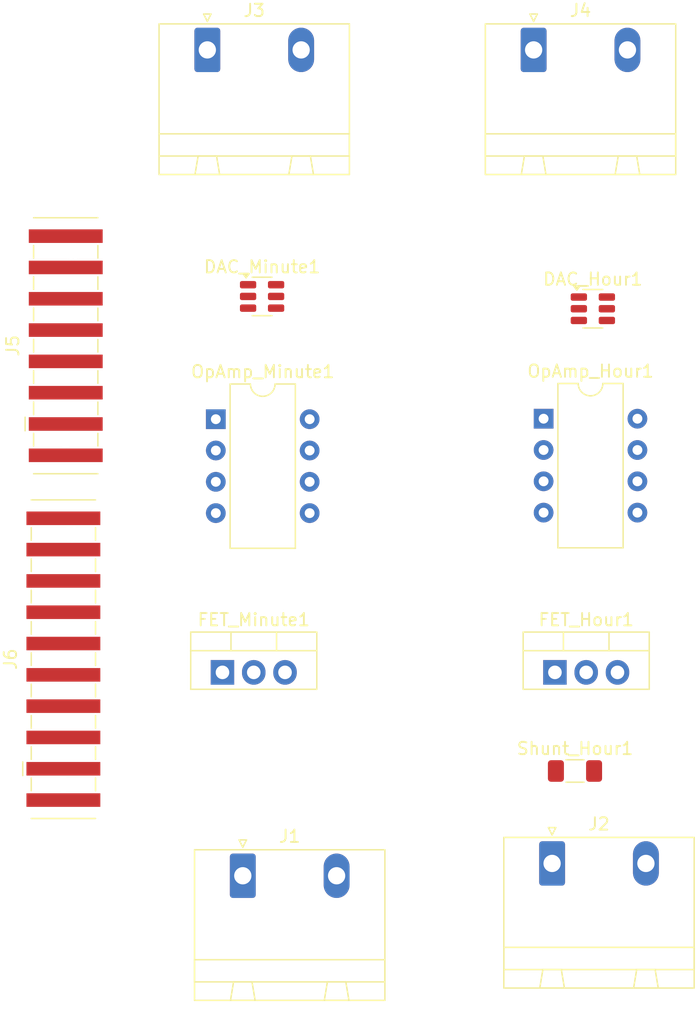
<source format=kicad_pcb>
(kicad_pcb (version 20240108) (generator "pcbnew") (generator_version "8.0")
  (layers (0 "F.Cu" signal) (31 "B.Cu" signal) (34 "B.Paste" user) (35 "F.Paste" user) (36 "B.SilkS" user "B.Silkscreen") (37 "F.SilkS" user "F.Silkscreen") (38 "B.Mask" user) (39 "F.Mask" user) (44 "Edge.Cuts" user))
  (net 0 "")
  (net 1 "GND")
  (net 2 "Net-(FET_Hour1-S)")
  (net 3 "Net-(FET_Minute1-S)")
  (net 4 "Net-(FET_Hour1-G)")
  (net 5 "Net-(FET_Hour1-D)")
  (net 6 "Net-(FET_Minute1-G)")
  (net 7 "Net-(FET_Minute1-D)")
  (net 8 "Net-(DAC_Hour1-SCL)")
  (net 11 "Net-(DAC_Minute1-VOUT)")
  (net 12 "Net-(J3-Pin_1)")
  (net 13 "Net-(J4-Pin_2)")
  (footprint "Connector_Phoenix_GMSTB:PhoenixContact_GMSTBA_2,5_2-G-7,62_1x02_P7.62mm_Horizontal" (layer "F.Cu") (at 116 135.5)
    (property "Reference" "J2" (at 3.81 -3.2 0) (layer "F.SilkS"))
    (property "Value" "Gauge_Hour")
    (fp_line (start -3.92 -2.11) (end -3.92 10.11) (stroke (width 0.12)) (layer "F.SilkS"))
    (fp_line (start -3.92 6.81) (end 11.54 6.81) (stroke (width 0.12)) (layer "F.SilkS"))
    (fp_line (start -3.92 8.61) (end -3.92 6.81) (stroke (width 0.12)) (layer "F.SilkS"))
    (fp_line (start -3.92 10.11) (end 11.54 10.11) (stroke (width 0.12)) (layer "F.SilkS"))
    (fp_line (start -1 10.11) (end 1 10.11) (stroke (width 0.12)) (layer "F.SilkS"))
    (fp_line (start -0.75 8.61) (end -1 10.11) (stroke (width 0.12)) (layer "F.SilkS"))
    (fp_line (start -0.3 -2.91) (end 0.3 -2.91) (stroke (width 0.12)) (layer "F.SilkS"))
    (fp_line (start 0 -2.31) (end -0.3 -2.91) (stroke (width 0.12)) (layer "F.SilkS"))
    (fp_line (start 0.3 -2.91) (end 0 -2.31) (stroke (width 0.12)) (layer "F.SilkS"))
    (fp_line (start 0.75 8.61) (end -0.75 8.61) (stroke (width 0.12)) (layer "F.SilkS"))
    (fp_line (start 1 10.11) (end 0.75 8.61) (stroke (width 0.12)) (layer "F.SilkS"))
    (fp_line (start 6.62 10.11) (end 8.62 10.11) (stroke (width 0.12)) (layer "F.SilkS"))
    (fp_line (start 6.87 8.61) (end 6.62 10.11) (stroke (width 0.12)) (layer "F.SilkS"))
    (fp_line (start 8.37 8.61) (end 6.87 8.61) (stroke (width 0.12)) (layer "F.SilkS"))
    (fp_line (start 8.62 10.11) (end 8.37 8.61) (stroke (width 0.12)) (layer "F.SilkS"))
    (fp_line (start 11.54 -2.11) (end -3.92 -2.11) (stroke (width 0.12)) (layer "F.SilkS"))
    (fp_line (start 11.54 6.81) (end 11.54 8.61) (stroke (width 0.12)) (layer "F.SilkS"))
    (fp_line (start 11.54 8.61) (end -3.92 8.61) (stroke (width 0.12)) (layer "F.SilkS"))
    (fp_line (start 11.54 10.11) (end 11.54 -2.11) (stroke (width 0.12)) (layer "F.SilkS"))
    (pad "1" thru_hole roundrect (at 0 0) (size 2.1 3.6) (drill 1.4) (layers "*.Cu" "*.Mask") (roundrect_rratio 0.119048) (net 5 "Net-(FET_Hour1-D)"))
    (pad "2" thru_hole oval (at 7.62 0) (size 2.1 3.6) (drill 1.4) (layers "*.Cu" "*.Mask") (net 1 "GND"))
  )
  (footprint "Resistor_SMD:R_1206_3216Metric_Pad1.30x1.75mm_HandSolder" (layer "F.Cu") (at 117.86 128)
    (property "Reference" "Shunt_Hour1" (at 0 -1.82 0) (layer "F.SilkS"))
    (property "Value" "82")
    (fp_line (start -0.727064 -0.91) (end 0.727064 -0.91) (stroke (width 0.12)) (layer "F.SilkS"))
    (fp_line (start -0.727064 0.91) (end 0.727064 0.91) (stroke (width 0.12)) (layer "F.SilkS"))
    (pad "1" smd roundrect (at -1.55 0) (size 1.3 1.75) (layers "F.Cu" "F.Paste" "F.Mask") (roundrect_rratio 0.192308) (net 1 "GND"))
    (pad "2" smd roundrect (at 1.55 0) (size 1.3 1.75) (layers "F.Cu" "F.Paste" "F.Mask") (roundrect_rratio 0.192308) (net 2 "Net-(FET_Hour1-S)"))
  )
  (footprint "Package_DIP:CERDIP-8_W7.62mm_SideBrazed" (layer "F.Cu") (at 115.31 99.42)
    (property "Reference" "OpAmp_Hour1" (at 3.81 -3.855 0) (layer "F.SilkS"))
    (property "Value" "LM358")
    (fp_line (start 1.16 -2.855) (end 1.16 10.475) (stroke (width 0.12)) (layer "F.SilkS"))
    (fp_line (start 1.16 10.475) (end 6.46 10.475) (stroke (width 0.12)) (layer "F.SilkS"))
    (fp_line (start 2.81 -2.855) (end 1.16 -2.855) (stroke (width 0.12)) (layer "F.SilkS"))
    (fp_line (start 6.46 -2.855) (end 4.81 -2.855) (stroke (width 0.12)) (layer "F.SilkS"))
    (fp_line (start 6.46 10.475) (end 6.46 -2.855) (stroke (width 0.12)) (layer "F.SilkS"))
    (fp_arc (start 4.81 -2.855) (mid 3.81 -1.855) (end 2.81 -2.855) (stroke (width 0.12)) (layer "F.SilkS"))
    (pad "1" thru_hole rect (at 0 0) (size 1.6 1.6) (drill 0.8) (layers "*.Cu" "*.Mask"))
    (pad "2" thru_hole circle (at 0 2.54) (size 1.6 1.6) (drill 0.8) (layers "*.Cu" "*.Mask"))
    (pad "3" thru_hole circle (at 0 5.08) (size 1.6 1.6) (drill 0.8) (layers "*.Cu" "*.Mask"))
    (pad "4" thru_hole circle (at 0 7.62) (size 1.6 1.6) (drill 0.8) (layers "*.Cu" "*.Mask"))
    (pad "5" thru_hole circle (at 7.62 7.62) (size 1.6 1.6) (drill 0.8) (layers "*.Cu" "*.Mask") (net 1 "GND"))
    (pad "6" thru_hole circle (at 7.62 5.08) (size 1.6 1.6) (drill 0.8) (layers "*.Cu" "*.Mask") (net 2 "Net-(FET_Hour1-S)"))
    (pad "7" thru_hole circle (at 7.62 2.54) (size 1.6 1.6) (drill 0.8) (layers "*.Cu" "*.Mask") (net 4 "Net-(FET_Hour1-G)"))
    (pad "8" thru_hole circle (at 7.62 0) (size 1.6 1.6) (drill 0.8) (layers "*.Cu" "*.Mask"))
  )
  (footprint "Connector_Phoenix_GMSTB:PhoenixContact_GMSTBA_2,5_2-G-7,62_1x02_P7.62mm_Horizontal" (layer "F.Cu") (at 88 69.5)
    (property "Reference" "J3" (at 3.81 -3.2 0) (layer "F.SilkS"))
    (property "Value" "Button_Minute")
    (fp_line (start -3.92 -2.11) (end -3.92 10.11) (stroke (width 0.12)) (layer "F.SilkS"))
    (fp_line (start -3.92 6.81) (end 11.54 6.81) (stroke (width 0.12)) (layer "F.SilkS"))
    (fp_line (start -3.92 8.61) (end -3.92 6.81) (stroke (width 0.12)) (layer "F.SilkS"))
    (fp_line (start -3.92 10.11) (end 11.54 10.11) (stroke (width 0.12)) (layer "F.SilkS"))
    (fp_line (start -1 10.11) (end 1 10.11) (stroke (width 0.12)) (layer "F.SilkS"))
    (fp_line (start -0.75 8.61) (end -1 10.11) (stroke (width 0.12)) (layer "F.SilkS"))
    (fp_line (start -0.3 -2.91) (end 0.3 -2.91) (stroke (width 0.12)) (layer "F.SilkS"))
    (fp_line (start 0 -2.31) (end -0.3 -2.91) (stroke (width 0.12)) (layer "F.SilkS"))
    (fp_line (start 0.3 -2.91) (end 0 -2.31) (stroke (width 0.12)) (layer "F.SilkS"))
    (fp_line (start 0.75 8.61) (end -0.75 8.61) (stroke (width 0.12)) (layer "F.SilkS"))
    (fp_line (start 1 10.11) (end 0.75 8.61) (stroke (width 0.12)) (layer "F.SilkS"))
    (fp_line (start 6.62 10.11) (end 8.62 10.11) (stroke (width 0.12)) (layer "F.SilkS"))
    (fp_line (start 6.87 8.61) (end 6.62 10.11) (stroke (width 0.12)) (layer "F.SilkS"))
    (fp_line (start 8.37 8.61) (end 6.87 8.61) (stroke (width 0.12)) (layer "F.SilkS"))
    (fp_line (start 8.62 10.11) (end 8.37 8.61) (stroke (width 0.12)) (layer "F.SilkS"))
    (fp_line (start 11.54 -2.11) (end -3.92 -2.11) (stroke (width 0.12)) (layer "F.SilkS"))
    (fp_line (start 11.54 6.81) (end 11.54 8.61) (stroke (width 0.12)) (layer "F.SilkS"))
    (fp_line (start 11.54 8.61) (end -3.92 8.61) (stroke (width 0.12)) (layer "F.SilkS"))
    (fp_line (start 11.54 10.11) (end 11.54 -2.11) (stroke (width 0.12)) (layer "F.SilkS"))
    (pad "1" thru_hole roundrect (at 0 0) (size 2.1 3.6) (drill 1.4) (layers "*.Cu" "*.Mask") (roundrect_rratio 0.119048) (net 12 "Net-(J3-Pin_1)"))
    (pad "2" thru_hole oval (at 7.62 0) (size 2.1 3.6) (drill 1.4) (layers "*.Cu" "*.Mask") (net 1 "GND"))
  )
  (footprint "Connector_Harting:Harting_har-flexicon_14110613001xxx_1x06-MP_P2.54mm_Vertical" (layer "F.Cu") (at 76.5 93.5 90)
    (property "Reference" "J5" (at 0 -4.3 90) (layer "F.SilkS"))
    (property "Value" "Pins_Analog")
    (fp_line (start -6.9 -3.3) (end -5.8 -3.3) (stroke (width 0.12)) (layer "F.SilkS"))
    (fp_line (start 10.385 -2.61) (end 10.385 2.61) (stroke (width 0.12)) (layer "F.SilkS"))
    (fp_line (start 7.112 -2.61) (end 8.128 -2.61) (stroke (width 0.12)) (layer "F.SilkS"))
    (fp_line (start 4.572 -2.61) (end 5.588 -2.61) (stroke (width 0.12)) (layer "F.SilkS"))
    (fp_line (start 2.032 -2.61) (end 3.048 -2.61) (stroke (width 0.12)) (layer "F.SilkS"))
    (fp_line (start -0.508 -2.61) (end 0.508 -2.61) (stroke (width 0.12)) (layer "F.SilkS"))
    (fp_line (start -3.048 -2.61) (end -2.032 -2.61) (stroke (width 0.12)) (layer "F.SilkS"))
    (fp_line (start -5.588 -2.61) (end -4.572 -2.61) (stroke (width 0.12)) (layer "F.SilkS"))
    (fp_line (start -8.128 -2.61) (end -7.112 -2.61) (stroke (width 0.12)) (layer "F.SilkS"))
    (fp_line (start -10.385 -2.61) (end -10.385 2.61) (stroke (width 0.12)) (layer "F.SilkS"))
    (fp_line (start 7.112 2.61) (end 8.128 2.61) (stroke (width 0.12)) (layer "F.SilkS"))
    (fp_line (start 4.572 2.61) (end 5.588 2.61) (stroke (width 0.12)) (layer "F.SilkS"))
    (fp_line (start 2.032 2.61) (end 3.048 2.61) (stroke (width 0.12)) (layer "F.SilkS"))
    (fp_line (start -0.508 2.61) (end 0.508 2.61) (stroke (width 0.12)) (layer "F.SilkS"))
    (fp_line (start -3.048 2.61) (end -2.032 2.61) (stroke (width 0.12)) (layer "F.SilkS"))
    (fp_line (start -5.588 2.61) (end -4.572 2.61) (stroke (width 0.12)) (layer "F.SilkS"))
    (fp_line (start -8.128 2.61) (end -7.112 2.61) (stroke (width 0.12)) (layer "F.SilkS"))
    (pad "" np_thru_hole circle (at -7.62 0 90) (size 1 1) (drill 1) (layers "*.Cu" "*.Mask"))
    (pad "" np_thru_hole circle (at 7.62 0.6 90) (size 1 1) (drill 1) (layers "*.Cu" "*.Mask"))
    (pad "1" smd rect (at -6.35 0 90) (size 1.1 6) (layers "F.Cu" "F.Paste" "F.Mask"))
    (pad "2" smd rect (at -3.81 0 90) (size 1.1 6) (layers "F.Cu" "F.Paste" "F.Mask") (net 13 "Net-(J4-Pin_2)"))
    (pad "3" smd rect (at -1.27 0 90) (size 1.1 6) (layers "F.Cu" "F.Paste" "F.Mask") (net 12 "Net-(J3-Pin_1)"))
    (pad "4" smd rect (at 1.27 0 90) (size 1.1 6) (layers "F.Cu" "F.Paste" "F.Mask"))
    (pad "5" smd rect (at 3.81 0 90) (size 1.1 6) (layers "F.Cu" "F.Paste" "F.Mask"))
    (pad "6" smd rect (at 6.35 0 90) (size 1.1 6) (layers "F.Cu" "F.Paste" "F.Mask"))
    (pad "MP" smd rect (at -8.89 0 90) (size 1.1 6) (layers "F.Cu" "F.Paste" "F.Mask"))
    (pad "MP" smd rect (at 8.89 0 90) (size 1.1 6) (layers "F.Cu" "F.Paste" "F.Mask"))
  )
  (footprint "Package_DIP:CERDIP-8_W7.62mm_SideBrazed" (layer "F.Cu") (at 88.69 99.46)
    (property "Reference" "OpAmp_Minute1" (at 3.81 -3.855 0) (layer "F.SilkS"))
    (property "Value" "LM358")
    (fp_line (start 1.16 -2.855) (end 1.16 10.475) (stroke (width 0.12)) (layer "F.SilkS"))
    (fp_line (start 1.16 10.475) (end 6.46 10.475) (stroke (width 0.12)) (layer "F.SilkS"))
    (fp_line (start 2.81 -2.855) (end 1.16 -2.855) (stroke (width 0.12)) (layer "F.SilkS"))
    (fp_line (start 6.46 -2.855) (end 4.81 -2.855) (stroke (width 0.12)) (layer "F.SilkS"))
    (fp_line (start 6.46 10.475) (end 6.46 -2.855) (stroke (width 0.12)) (layer "F.SilkS"))
    (fp_arc (start 4.81 -2.855) (mid 3.81 -1.855) (end 2.81 -2.855) (stroke (width 0.12)) (layer "F.SilkS"))
    (pad "1" thru_hole rect (at 0 0) (size 1.6 1.6) (drill 0.8) (layers "*.Cu" "*.Mask") (net 6 "Net-(FET_Minute1-G)"))
    (pad "2" thru_hole circle (at 0 2.54) (size 1.6 1.6) (drill 0.8) (layers "*.Cu" "*.Mask") (net 3 "Net-(FET_Minute1-S)"))
    (pad "3" thru_hole circle (at 0 5.08) (size 1.6 1.6) (drill 0.8) (layers "*.Cu" "*.Mask") (net 11 "Net-(DAC_Minute1-VOUT)"))
    (pad "4" thru_hole circle (at 0 7.62) (size 1.6 1.6) (drill 0.8) (layers "*.Cu" "*.Mask"))
    (pad "5" thru_hole circle (at 7.62 7.62) (size 1.6 1.6) (drill 0.8) (layers "*.Cu" "*.Mask"))
    (pad "6" thru_hole circle (at 7.62 5.08) (size 1.6 1.6) (drill 0.8) (layers "*.Cu" "*.Mask"))
    (pad "7" thru_hole circle (at 7.62 2.54) (size 1.6 1.6) (drill 0.8) (layers "*.Cu" "*.Mask"))
    (pad "8" thru_hole circle (at 7.62 0) (size 1.6 1.6) (drill 0.8) (layers "*.Cu" "*.Mask"))
  )
  (footprint "Connector_Phoenix_GMSTB:PhoenixContact_GMSTBA_2,5_2-G-7,62_1x02_P7.62mm_Horizontal" (layer "F.Cu") (at 114.5 69.5)
    (property "Reference" "J4" (at 3.81 -3.2 0) (layer "F.SilkS"))
    (property "Value" "Button_Hour")
    (fp_line (start -3.92 -2.11) (end -3.92 10.11) (stroke (width 0.12)) (layer "F.SilkS"))
    (fp_line (start -3.92 6.81) (end 11.54 6.81) (stroke (width 0.12)) (layer "F.SilkS"))
    (fp_line (start -3.92 8.61) (end -3.92 6.81) (stroke (width 0.12)) (layer "F.SilkS"))
    (fp_line (start -3.92 10.11) (end 11.54 10.11) (stroke (width 0.12)) (layer "F.SilkS"))
    (fp_line (start -1 10.11) (end 1 10.11) (stroke (width 0.12)) (layer "F.SilkS"))
    (fp_line (start -0.75 8.61) (end -1 10.11) (stroke (width 0.12)) (layer "F.SilkS"))
    (fp_line (start -0.3 -2.91) (end 0.3 -2.91) (stroke (width 0.12)) (layer "F.SilkS"))
    (fp_line (start 0 -2.31) (end -0.3 -2.91) (stroke (width 0.12)) (layer "F.SilkS"))
    (fp_line (start 0.3 -2.91) (end 0 -2.31) (stroke (width 0.12)) (layer "F.SilkS"))
    (fp_line (start 0.75 8.61) (end -0.75 8.61) (stroke (width 0.12)) (layer "F.SilkS"))
    (fp_line (start 1 10.11) (end 0.75 8.61) (stroke (width 0.12)) (layer "F.SilkS"))
    (fp_line (start 6.62 10.11) (end 8.62 10.11) (stroke (width 0.12)) (layer "F.SilkS"))
    (fp_line (start 6.87 8.61) (end 6.62 10.11) (stroke (width 0.12)) (layer "F.SilkS"))
    (fp_line (start 8.37 8.61) (end 6.87 8.61) (stroke (width 0.12)) (layer "F.SilkS"))
    (fp_line (start 8.62 10.11) (end 8.37 8.61) (stroke (width 0.12)) (layer "F.SilkS"))
    (fp_line (start 11.54 -2.11) (end -3.92 -2.11) (stroke (width 0.12)) (layer "F.SilkS"))
    (fp_line (start 11.54 6.81) (end 11.54 8.61) (stroke (width 0.12)) (layer "F.SilkS"))
    (fp_line (start 11.54 8.61) (end -3.92 8.61) (stroke (width 0.12)) (layer "F.SilkS"))
    (fp_line (start 11.54 10.11) (end 11.54 -2.11) (stroke (width 0.12)) (layer "F.SilkS"))
    (pad "1" thru_hole roundrect (at 0 0) (size 2.1 3.6) (drill 1.4) (layers "*.Cu" "*.Mask") (roundrect_rratio 0.119048) (net 1 "GND"))
    (pad "2" thru_hole oval (at 7.62 0) (size 2.1 3.6) (drill 1.4) (layers "*.Cu" "*.Mask") (net 13 "Net-(J4-Pin_2)"))
  )
  (footprint "Package_TO_SOT_THT:TO-220-3_Vertical" (layer "F.Cu") (at 89.23 120)
    (property "Reference" "FET_Minute1" (at 2.54 -4.27 0) (layer "F.SilkS"))
    (property "Value" "IRLZ44N")
    (fp_line (start -2.58 -3.27) (end -2.58 1.371) (stroke (width 0.12)) (layer "F.SilkS"))
    (fp_line (start -2.58 -3.27) (end 7.66 -3.27) (stroke (width 0.12)) (layer "F.SilkS"))
    (fp_line (start -2.58 -1.76) (end 7.66 -1.76) (stroke (width 0.12)) (layer "F.SilkS"))
    (fp_line (start -2.58 1.371) (end 7.66 1.371) (stroke (width 0.12)) (layer "F.SilkS"))
    (fp_line (start 0.69 -3.27) (end 0.69 -1.76) (stroke (width 0.12)) (layer "F.SilkS"))
    (fp_line (start 4.391 -3.27) (end 4.391 -1.76) (stroke (width 0.12)) (layer "F.SilkS"))
    (fp_line (start 7.66 -3.27) (end 7.66 1.371) (stroke (width 0.12)) (layer "F.SilkS"))
    (pad "1" thru_hole rect (at 0 0) (size 1.905 2) (drill 1.1) (layers "*.Cu" "*.Mask") (net 6 "Net-(FET_Minute1-G)"))
    (pad "2" thru_hole oval (at 2.54 0) (size 1.905 2) (drill 1.1) (layers "*.Cu" "*.Mask") (net 7 "Net-(FET_Minute1-D)"))
    (pad "3" thru_hole oval (at 5.08 0) (size 1.905 2) (drill 1.1) (layers "*.Cu" "*.Mask") (net 3 "Net-(FET_Minute1-S)"))
  )
  (footprint "Package_TO_SOT_SMD:SOT-23-6" (layer "F.Cu") (at 92.4475 89.5)
    (property "Reference" "DAC_Minute1" (at 0 -2.4 0) (layer "F.SilkS"))
    (property "Value" "MCP4725xxx-xCH")
    (fp_line (start 0 -1.56) (end -0.8 -1.56) (stroke (width 0.12)) (layer "F.SilkS"))
    (fp_line (start 0 -1.56) (end 0.8 -1.56) (stroke (width 0.12)) (layer "F.SilkS"))
    (fp_line (start 0 1.56) (end -0.8 1.56) (stroke (width 0.12)) (layer "F.SilkS"))
    (fp_line (start 0 1.56) (end 0.8 1.56) (stroke (width 0.12)) (layer "F.SilkS"))
    (fp_poly (pts (xy -1.3 -1.51) (xy -1.54 -1.84) (xy -1.06 -1.84) (xy -1.3 -1.51)) (stroke (width 0.12)) (fill solid) (layer "F.SilkS"))
    (pad "1" smd roundrect (at -1.1375 -0.95) (size 1.325 0.6) (layers "F.Cu" "F.Paste" "F.Mask") (net 11 "Net-(DAC_Minute1-VOUT)"))
    (pad "2" smd roundrect (at -1.1375 0) (size 1.325 0.6) (layers "F.Cu" "F.Paste" "F.Mask") (net 1 "GND"))
    (pad "3" smd roundrect (at -1.1375 0.95) (size 1.325 0.6) (layers "F.Cu" "F.Paste" "F.Mask") (net 1 "GND"))
    (pad "4" smd roundrect (at 1.1375 0.95) (size 1.325 0.6) (layers "F.Cu" "F.Paste" "F.Mask") (net 1 "GND"))
    (pad "5" smd roundrect (at 1.1375 0) (size 1.325 0.6) (layers "F.Cu" "F.Paste" "F.Mask") (net 8 "Net-(DAC_Hour1-SCL)"))
    (pad "6" smd roundrect (at 1.1375 -0.95) (size 1.325 0.6) (layers "F.Cu" "F.Paste" "F.Mask"))
  )
  (footprint "Connector_Harting:Harting_har-flexicon_14110813001xxx_1x08-MP_P2.54mm_Vertical" (layer "F.Cu") (at 76.31 118.93 90)
    (property "Reference" "J6" (at 0 -4.3 90) (layer "F.SilkS"))
    (property "Value" "Pins_Digital")
    (fp_line (start -9.44 -3.3) (end -8.34 -3.3) (stroke (width 0.12)) (layer "F.SilkS"))
    (fp_line (start 12.925 -2.61) (end 12.925 2.61) (stroke (width 0.12)) (layer "F.SilkS"))
    (fp_line (start 9.652 -2.61) (end 10.668 -2.61) (stroke (width 0.12)) (layer "F.SilkS"))
    (fp_line (start 7.112 -2.61) (end 8.128 -2.61) (stroke (width 0.12)) (layer "F.SilkS"))
    (fp_line (start 4.572 -2.61) (end 5.588 -2.61) (stroke (width 0.12)) (layer "F.SilkS"))
    (fp_line (start 2.032 -2.61) (end 3.048 -2.61) (stroke (width 0.12)) (layer "F.SilkS"))
    (fp_line (start -0.508 -2.61) (end 0.508 -2.61) (stroke (width 0.12)) (layer "F.SilkS"))
    (fp_line (start -3.048 -2.61) (end -2.032 -2.61) (stroke (width 0.12)) (layer "F.SilkS"))
    (fp_line (start -5.588 -2.61) (end -4.572 -2.61) (stroke (width 0.12)) (layer "F.SilkS"))
    (fp_line (start -8.128 -2.61) (end -7.112 -2.61) (stroke (width 0.12)) (layer "F.SilkS"))
    (fp_line (start -10.668 -2.61) (end -9.652 -2.61) (stroke (width 0.12)) (layer "F.SilkS"))
    (fp_line (start -12.925 -2.61) (end -12.925 2.61) (stroke (width 0.12)) (layer "F.SilkS"))
    (fp_line (start 9.652 2.61) (end 10.668 2.61) (stroke (width 0.12)) (layer "F.SilkS"))
    (fp_line (start 7.112 2.61) (end 8.128 2.61) (stroke (width 0.12)) (layer "F.SilkS"))
    (fp_line (start 4.572 2.61) (end 5.588 2.61) (stroke (width 0.12)) (layer "F.SilkS"))
    (fp_line (start 2.032 2.61) (end 3.048 2.61) (stroke (width 0.12)) (layer "F.SilkS"))
    (fp_line (start -0.508 2.61) (end 0.508 2.61) (stroke (width 0.12)) (layer "F.SilkS"))
    (fp_line (start -3.048 2.61) (end -2.032 2.61) (stroke (width 0.12)) (layer "F.SilkS"))
    (fp_line (start -5.588 2.61) (end -4.572 2.61) (stroke (width 0.12)) (layer "F.SilkS"))
    (fp_line (start -8.128 2.61) (end -7.112 2.61) (stroke (width 0.12)) (layer "F.SilkS"))
    (fp_line (start -10.668 2.61) (end -9.652 2.61) (stroke (width 0.12)) (layer "F.SilkS"))
    (pad "" np_thru_hole circle (at -10.16 0 90) (size 1 1) (drill 1) (layers "*.Cu" "*.Mask"))
    (pad "" np_thru_hole circle (at 10.16 0.6 90) (size 1 1) (drill 1) (layers "*.Cu" "*.Mask"))
    (pad "1" smd rect (at -8.89 0 90) (size 1.1 6) (layers "F.Cu" "F.Paste" "F.Mask"))
    (pad "2" smd rect (at -6.35 0 90) (size 1.1 6) (layers "F.Cu" "F.Paste" "F.Mask"))
    (pad "3" smd rect (at -3.81 0 90) (size 1.1 6) (layers "F.Cu" "F.Paste" "F.Mask"))
    (pad "4" smd rect (at -1.27 0 90) (size 1.1 6) (layers "F.Cu" "F.Paste" "F.Mask") (net 8 "Net-(DAC_Hour1-SCL)"))
    (pad "5" smd rect (at 1.27 0 90) (size 1.1 6) (layers "F.Cu" "F.Paste" "F.Mask") (net 1 "GND"))
    (pad "6" smd rect (at 3.81 0 90) (size 1.1 6) (layers "F.Cu" "F.Paste" "F.Mask"))
    (pad "7" smd rect (at 6.35 0 90) (size 1.1 6) (layers "F.Cu" "F.Paste" "F.Mask"))
    (pad "8" smd rect (at 8.89 0 90) (size 1.1 6) (layers "F.Cu" "F.Paste" "F.Mask"))
    (pad "MP" smd rect (at -11.43 0 90) (size 1.1 6) (layers "F.Cu" "F.Paste" "F.Mask"))
    (pad "MP" smd rect (at 11.43 0 90) (size 1.1 6) (layers "F.Cu" "F.Paste" "F.Mask"))
  )
  (footprint "Package_TO_SOT_THT:TO-220-3_Vertical" (layer "F.Cu") (at 116.23 120)
    (property "Reference" "FET_Hour1" (at 2.54 -4.27 0) (layer "F.SilkS"))
    (property "Value" "IRLZ44N")
    (fp_line (start -2.58 -3.27) (end -2.58 1.371) (stroke (width 0.12)) (layer "F.SilkS"))
    (fp_line (start -2.58 -3.27) (end 7.66 -3.27) (stroke (width 0.12)) (layer "F.SilkS"))
    (fp_line (start -2.58 -1.76) (end 7.66 -1.76) (stroke (width 0.12)) (layer "F.SilkS"))
    (fp_line (start -2.58 1.371) (end 7.66 1.371) (stroke (width 0.12)) (layer "F.SilkS"))
    (fp_line (start 0.69 -3.27) (end 0.69 -1.76) (stroke (width 0.12)) (layer "F.SilkS"))
    (fp_line (start 4.391 -3.27) (end 4.391 -1.76) (stroke (width 0.12)) (layer "F.SilkS"))
    (fp_line (start 7.66 -3.27) (end 7.66 1.371) (stroke (width 0.12)) (layer "F.SilkS"))
    (pad "1" thru_hole rect (at 0 0) (size 1.905 2) (drill 1.1) (layers "*.Cu" "*.Mask") (net 4 "Net-(FET_Hour1-G)"))
    (pad "2" thru_hole oval (at 2.54 0) (size 1.905 2) (drill 1.1) (layers "*.Cu" "*.Mask") (net 5 "Net-(FET_Hour1-D)"))
    (pad "3" thru_hole oval (at 5.08 0) (size 1.905 2) (drill 1.1) (layers "*.Cu" "*.Mask") (net 2 "Net-(FET_Hour1-S)"))
  )
  (footprint "Connector_Phoenix_GMSTB:PhoenixContact_GMSTBA_2,5_2-G-7,62_1x02_P7.62mm_Horizontal" (layer "F.Cu") (at 90.88 136.5)
    (property "Reference" "J1" (at 3.81 -3.2 0) (layer "F.SilkS"))
    (property "Value" "Gauge_Minute")
    (fp_line (start -3.92 -2.11) (end -3.92 10.11) (stroke (width 0.12)) (layer "F.SilkS"))
    (fp_line (start -3.92 6.81) (end 11.54 6.81) (stroke (width 0.12)) (layer "F.SilkS"))
    (fp_line (start -3.92 8.61) (end -3.92 6.81) (stroke (width 0.12)) (layer "F.SilkS"))
    (fp_line (start -3.92 10.11) (end 11.54 10.11) (stroke (width 0.12)) (layer "F.SilkS"))
    (fp_line (start -1 10.11) (end 1 10.11) (stroke (width 0.12)) (layer "F.SilkS"))
    (fp_line (start -0.75 8.61) (end -1 10.11) (stroke (width 0.12)) (layer "F.SilkS"))
    (fp_line (start -0.3 -2.91) (end 0.3 -2.91) (stroke (width 0.12)) (layer "F.SilkS"))
    (fp_line (start 0 -2.31) (end -0.3 -2.91) (stroke (width 0.12)) (layer "F.SilkS"))
    (fp_line (start 0.3 -2.91) (end 0 -2.31) (stroke (width 0.12)) (layer "F.SilkS"))
    (fp_line (start 0.75 8.61) (end -0.75 8.61) (stroke (width 0.12)) (layer "F.SilkS"))
    (fp_line (start 1 10.11) (end 0.75 8.61) (stroke (width 0.12)) (layer "F.SilkS"))
    (fp_line (start 6.62 10.11) (end 8.62 10.11) (stroke (width 0.12)) (layer "F.SilkS"))
    (fp_line (start 6.87 8.61) (end 6.62 10.11) (stroke (width 0.12)) (layer "F.SilkS"))
    (fp_line (start 8.37 8.61) (end 6.87 8.61) (stroke (width 0.12)) (layer "F.SilkS"))
    (fp_line (start 8.62 10.11) (end 8.37 8.61) (stroke (width 0.12)) (layer "F.SilkS"))
    (fp_line (start 11.54 -2.11) (end -3.92 -2.11) (stroke (width 0.12)) (layer "F.SilkS"))
    (fp_line (start 11.54 6.81) (end 11.54 8.61) (stroke (width 0.12)) (layer "F.SilkS"))
    (fp_line (start 11.54 8.61) (end -3.92 8.61) (stroke (width 0.12)) (layer "F.SilkS"))
    (fp_line (start 11.54 10.11) (end 11.54 -2.11) (stroke (width 0.12)) (layer "F.SilkS"))
    (pad "1" thru_hole roundrect (at 0 0) (size 2.1 3.6) (drill 1.4) (layers "*.Cu" "*.Mask") (roundrect_rratio 0.119048) (net 7 "Net-(FET_Minute1-D)"))
    (pad "2" thru_hole oval (at 7.62 0) (size 2.1 3.6) (drill 1.4) (layers "*.Cu" "*.Mask") (net 1 "GND"))
  )
  (footprint "Package_TO_SOT_SMD:SOT-23-6" (layer "F.Cu") (at 119.31 90.5)
    (property "Reference" "DAC_Hour1" (at 0 -2.4 0) (layer "F.SilkS"))
    (property "Value" "MCP4725xxx-xCH")
    (fp_line (start 0 -1.56) (end -0.8 -1.56) (stroke (width 0.12)) (layer "F.SilkS"))
    (fp_line (start 0 -1.56) (end 0.8 -1.56) (stroke (width 0.12)) (layer "F.SilkS"))
    (fp_line (start 0 1.56) (end -0.8 1.56) (stroke (width 0.12)) (layer "F.SilkS"))
    (fp_line (start 0 1.56) (end 0.8 1.56) (stroke (width 0.12)) (layer "F.SilkS"))
    (fp_poly (pts (xy -1.3 -1.51) (xy -1.54 -1.84) (xy -1.06 -1.84) (xy -1.3 -1.51)) (stroke (width 0.12)) (fill solid) (layer "F.SilkS"))
    (pad "1" smd roundrect (at -1.1375 -0.95) (size 1.325 0.6) (layers "F.Cu" "F.Paste" "F.Mask") (net 1 "GND"))
    (pad "2" smd roundrect (at -1.1375 0) (size 1.325 0.6) (layers "F.Cu" "F.Paste" "F.Mask") (net 1 "GND"))
    (pad "3" smd roundrect (at -1.1375 0.95) (size 1.325 0.6) (layers "F.Cu" "F.Paste" "F.Mask") (net 1 "GND"))
    (pad "4" smd roundrect (at 1.1375 0.95) (size 1.325 0.6) (layers "F.Cu" "F.Paste" "F.Mask") (net 1 "GND"))
    (pad "5" smd roundrect (at 1.1375 0) (size 1.325 0.6) (layers "F.Cu" "F.Paste" "F.Mask") (net 8 "Net-(DAC_Hour1-SCL)"))
    (pad "6" smd roundrect (at 1.1375 -0.95) (size 1.325 0.6) (layers "F.Cu" "F.Paste" "F.Mask"))
  )
)
</source>
